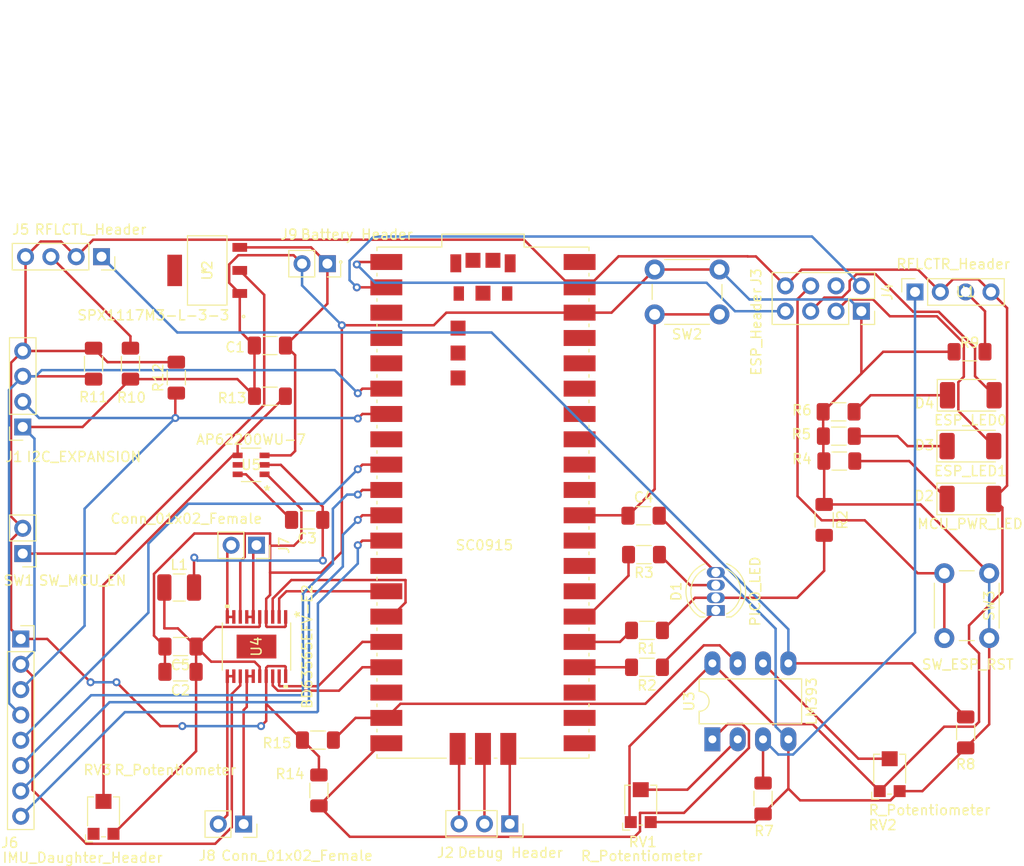
<source format=kicad_pcb>
(kicad_pcb (version 20211014) (generator pcbnew)
  (layers (0 "F.Cu" signal) (31 "B.Cu" signal) (34 "B.Paste" user) (35 "F.Paste" user) (36 "B.SilkS" user "B.Silkscreen") (37 "F.SilkS" user "F.Silkscreen") (38 "B.Mask" user) (39 "F.Mask" user) (44 "Edge.Cuts" user))
  (net 0 "")
  (net 1 "Net-(D1-Pad1)")
  (net 2 "Net-(D1-Pad2)")
  (net 3 "Net-(D2-Pad1)")
  (net 4 "ESP_3.3V")
  (net 5 "Net-(D3-Pad1)")
  (net 6 "ESP_GPIO2")
  (net 7 "Net-(D4-Pad1)")
  (net 8 "ESP_GPIO0")
  (net 9 "SCL")
  (net 10 "SDA")
  (net 11 "Net-(J2-Pad1)")
  (net 12 "Net-(J2-Pad2)")
  (net 13 "Net-(J2-Pad3)")
  (net 14 "ESP_GND")
  (net 15 "ESP_TX")
  (net 16 "ESP_EN")
  (net 17 "ESP_RST")
  (net 18 "ESP_RX")
  (net 19 "Net-(D1-Pad3)")
  (net 20 "Net-(SW1-Pad1)")
  (net 21 "+6V")
  (net 26 "Net-(C3-Pad1)")
  (net 27 "Net-(C3-Pad2)")
  (net 28 "Net-(C4-Pad1)")
  (net 29 "Net-(J4-Pad1)")
  (net 31 "MOTORLA_SIG")
  (net 32 "MOTORLB_SIG")
  (net 33 "MOTORRA_SIG")
  (net 34 "MOTORRB_SIG")
  (net 36 "Net-(J4-Pad3)")
  (net 37 "Net-(J5-Pad1)")
  (net 62 "+7.5V")
  (net 64 "Net-(J5-Pad3)")
  (net 65 "MAG_DRDY")
  (net 66 "MAG_INT")
  (net 67 "IMU_INT1")
  (net 68 "IMU_INT2")
  (net 69 "Net-(J7-Pad1)")
  (net 70 "Net-(J7-Pad2)")
  (net 71 "Net-(J8-Pad1)")
  (net 72 "Net-(J8-Pad2)")
  (net 73 "Net-(R1-Pad2)")
  (net 74 "Net-(R2-Pad2)")
  (net 75 "Net-(R3-Pad2)")
  (net 76 "Net-(R13-Pad2)")
  (net 77 "Net-(RV1-Pad2)")
  (net 78 "Net-(RV2-Pad2)")
  (net 80 "ENCL_SIG")
  (net 81 "ENCR_SIG")
  (footprint "Connector_PinHeader_2.54mm:PinHeader_1x02_P2.54mm_Vertical" (layer "F.Cu") (at 106.1 87.2 180)
    (fp_text reference "SW1")
    (fp_text value "SW_MCU_EN")
  )
  (footprint "Connector_PinSocket_2.54mm:PinSocket_1x03_P2.54mm_Vertical" (layer "F.Cu") (at 154.94 114.3 -90)
    (fp_text reference "J2")
    (fp_text value "Debug Header")
  )
  (footprint "Potentiometer_SMD:Potentiometer_Bourns_TC33X_Vertical" (layer "F.Cu") (at 168.075 112.325 90)
    (fp_text reference "RV1")
    (fp_text value "R_Potentiometer")
  )
  (footprint "Button_Switch_THT:SW_PUSH_6mm_H4.3mm" (layer "F.Cu") (at 203.019423 89.17 -90)
    (fp_text reference "SW3")
    (fp_text value "SW_ESP_RST")
  )
  (footprint "Resistor_SMD:R_1206_3216Metric_Pad1.30x1.75mm_HandSolder" (layer "F.Cu") (at 113.2 68.15 90)
    (fp_text reference "R11")
    (fp_text value "10k")
  )
  (footprint "Capacitor_SMD:C_1206_3216Metric_Pad1.33x1.80mm_HandSolder" (layer "F.Cu") (at 121.92 99.06 180)
    (fp_text reference "C2")
    (fp_text value "22uF")
  )
  (footprint "Regulators:SPX1117M3-L-3-3&slash_TR" (layer "F.Cu") (at 124.6 58.8 90)
    (fp_text reference "U2")
    (fp_text value "SPX1117M3-L-3-3")
  )
  (footprint "Resistor_SMD:R_1206_3216Metric_Pad1.30x1.75mm_HandSolder" (layer "F.Cu") (at 200.66 105.13 90)
    (fp_text reference "R8")
    (fp_text value "220")
  )
  (footprint "Drivers_3rdParty:BD63565EFV-E2" (layer "F.Cu") (at 129.54 96.52 -90)
    (fp_text reference "U4")
    (fp_text value "BD63565EFV-E2")
  )
  (footprint "Package_DIP:DIP-8_W7.62mm_LongPads" (layer "F.Cu") (at 175.26 105.825 90)
    (fp_text reference "U3")
    (fp_text value "LM393")
  )
  (footprint "Connector_PinSocket_2.54mm:PinSocket_1x04_P2.54mm_Vertical" (layer "F.Cu") (at 106.1 74.5 180)
    (fp_text reference "J1")
    (fp_text value "I2C_EXPANSION")
  )
  (footprint "Resistor_SMD:R_1206_3216Metric_Pad1.30x1.75mm_HandSolder" (layer "F.Cu") (at 187.938173 75.42)
    (fp_text reference "R5")
    (fp_text value "330")
  )
  (footprint "Connector_PinSocket_2.54mm:PinSocket_1x02_P2.54mm_Vertical" (layer "F.Cu") (at 129.54 86.36 -90)
    (fp_text reference "J7")
    (fp_text value "Conn_01x02_Female")
  )
  (footprint "Resistor_SMD:R_1206_3216Metric_Pad1.30x1.75mm_HandSolder" (layer "F.Cu") (at 135.8 110.95 90)
    (fp_text reference "R14")
    (fp_text value "1k")
  )
  (footprint "Capacitor_SMD:C_1206_3216Metric_Pad1.33x1.80mm_HandSolder" (layer "F.Cu") (at 130.889751 66.335125 180)
    (fp_text reference "C1")
    (fp_text value "10uF")
  )
  (footprint "Connector_PinSocket_2.54mm:PinSocket_1x02_P2.54mm_Vertical" (layer "F.Cu") (at 128.25 114.325 -90)
    (fp_text reference "J8")
    (fp_text value "Conn_01x02_Female")
  )
  (footprint "Potentiometer_SMD:Potentiometer_Bourns_TC33X_Vertical" (layer "F.Cu") (at 114.2 113.5 90)
    (fp_text reference "RV3")
    (fp_text value "R_Potentiometer")
  )
  (footprint "Resistor_SMD:R_1206_3216Metric_Pad1.30x1.75mm_HandSolder" (layer "F.Cu") (at 168.4 87.3 180)
    (fp_text reference "R3")
    (fp_text value "330")
  )
  (footprint "Resistor_SMD:R_1206_3216Metric_Pad1.30x1.75mm_HandSolder" (layer "F.Cu") (at 180.34 111.76 90)
    (fp_text reference "R7")
    (fp_text value "220")
  )
  (footprint "Connector_PinSocket_2.54mm:PinSocket_1x04_P2.54mm_Vertical" (layer "F.Cu") (at 114 57.425 -90)
    (fp_text reference "J5")
    (fp_text value "RFLCTL_Header")
  )
  (footprint "SMPS_3rdParty:AP62200WU-7" (layer "F.Cu") (at 129 78.3 180)
    (fp_text reference "U5")
    (fp_text value "AP62200WU-7")
  )
  (footprint "Resistor_SMD:R_1206_3216Metric_Pad1.30x1.75mm_HandSolder" (layer "F.Cu") (at 168.7 98.6 180)
    (fp_text reference "R2")
    (fp_text value "330")
  )
  (footprint "Inductor_SMD:L_1210_3225Metric_Pad1.42x2.65mm_HandSolder" (layer "F.Cu") (at 121.7875 90.6)
    (fp_text reference "L1")
    (fp_text value "4.7uH")
  )
  (footprint "Connector_PinSocket_2.54mm:PinSocket_1x08_P2.54mm_Vertical" (layer "F.Cu") (at 105.9 95.76)
    (fp_text reference "J6")
    (fp_text value "IMU_Daughter_Header")
  )
  (footprint "Resistor_SMD:R_1206_3216Metric_Pad1.30x1.75mm_HandSolder" (layer "F.Cu") (at 168.7 94.9 180)
    (fp_text reference "R1")
    (fp_text value "330")
  )
  (footprint "LED_SMD:LED_2010_5025Metric_Pad1.52x2.65mm_HandSolder" (layer "F.Cu") (at 201.175673 71.32)
    (fp_text reference "D4")
    (fp_text value "ESP_LED0")
  )
  (footprint "Connector_PinSocket_2.54mm:PinSocket_1x02_P2.54mm_Vertical" (layer "F.Cu") (at 136.65 58.125 -90)
    (fp_text reference "J9")
    (fp_text value "Battery Header")
  )
  (footprint "Connector_PinSocket_2.54mm:PinSocket_1x04_P2.54mm_Vertical" (layer "F.Cu") (at 195.58 60.96 90)
    (fp_text reference "J4")
    (fp_text value "RFLCTR_Header")
  )
  (footprint "MCUs:SC0915" (layer "F.Cu") (at 152.25262 82.08643)
    (fp_text reference "U1")
    (fp_text value "SC0915")
  )
  (footprint "Potentiometer_SMD:Potentiometer_Bourns_TC33X_Vertical" (layer "F.Cu") (at 193.04 109.22 90)
    (fp_text reference "RV2")
    (fp_text value "R_Potentiometer")
  )
  (footprint "Resistor_SMD:R_1206_3216Metric_Pad1.30x1.75mm_HandSolder" (layer "F.Cu") (at 187.918173 72.98)
    (fp_text reference "R6")
    (fp_text value "330")
  )
  (footprint "Resistor_SMD:R_1206_3216Metric_Pad1.30x1.75mm_HandSolder" (layer "F.Cu") (at 187.988173 77.92)
    (fp_text reference "R4")
    (fp_text value "330")
  )
  (footprint "Connector_PinSocket_2.54mm:PinSocket_2x04_P2.54mm_Vertical" (layer "F.Cu") (at 190.2 62.89 -90)
    (fp_text reference "J3")
    (fp_text value "ESP_Header")
  )
  (footprint "LED_THT:LED_D5.0mm-4_RGB" (layer "F.Cu") (at 175.6 92.9 90)
    (fp_text reference "D1")
    (fp_text value "PICO_LED")
  )
  (footprint "Resistor_SMD:R_1206_3216Metric_Pad1.30x1.75mm_HandSolder" (layer "F.Cu") (at 130.889751 71.415125)
    (fp_text reference "R13")
    (fp_text value "10k")
  )
  (footprint "Resistor_SMD:R_1206_3216Metric_Pad1.30x1.75mm_HandSolder" (layer "F.Cu") (at 135.7 105.9 180)
    (fp_text reference "R15")
    (fp_text value "1k")
  )
  (footprint "Resistor_SMD:R_1206_3216Metric_Pad1.30x1.75mm_HandSolder" (layer "F.Cu") (at 121.5 69.55 90)
    (fp_text reference "R12")
    (fp_text value "10k")
  )
  (footprint "Capacitor_SMD:C_1206_3216Metric_Pad1.33x1.80mm_HandSolder" (layer "F.Cu") (at 134.62 83.82 180)
    (fp_text reference "C3")
    (fp_text value "100nF")
  )
  (footprint "Button_Switch_THT:SW_PUSH_6mm_H4.3mm" (layer "F.Cu") (at 175.97 63.21 180)
    (fp_text reference "SW2")
    (fp_text value "SW_PICO_RST")
  )
  (footprint "LED_SMD:LED_2010_5025Metric_Pad1.52x2.65mm_HandSolder" (layer "F.Cu") (at 201.138173 81.72)
    (fp_text reference "D2")
    (fp_text value "MCU_PWR_LED")
  )
  (footprint "Resistor_SMD:R_1206_3216Metric_Pad1.30x1.75mm_HandSolder" (layer "F.Cu") (at 116.9 68.15 90)
    (fp_text reference "R10")
    (fp_text value "220")
  )
  (footprint "LED_SMD:LED_2010_5025Metric_Pad1.52x2.65mm_HandSolder" (layer "F.Cu") (at 201.138173 76.42)
    (fp_text reference "D3")
    (fp_text value "ESP_LED1")
  )
  (footprint "Resistor_SMD:R_1206_3216Metric_Pad1.30x1.75mm_HandSolder" (layer "F.Cu") (at 201.049423 66.96)
    (fp_text reference "R9")
    (fp_text value "220")
  )
  (footprint "Resistor_SMD:R_1206_3216Metric_Pad1.30x1.75mm_HandSolder" (layer "F.Cu") (at 186.469423 83.82 -90)
    (fp_text reference "R2")
    (fp_text value "R_Small_US")
  )
  (footprint "Capacitor_SMD:C_1206_3216Metric_Pad1.33x1.80mm_HandSolder" (layer "F.Cu") (at 121.92 96.52 180)
    (fp_text reference "C5")
    (fp_text value "22 uF")
  )
  (footprint "Capacitor_SMD:C_1206_3216Metric_Pad1.33x1.80mm_HandSolder" (layer "F.Cu") (at 168.3625 83.4)
    (fp_text reference "C4")
    (fp_text value "1uF")
  )
  (segment (start 175.6 92.9) (end 170.25 98.25) (width 0.25) (layer "F.Cu") (net 1))
  (segment (start 170.25 98.25) (end 170.25 98.6) (width 0.25) (layer "F.Cu") (net 1))
  (segment (start 183.759423 91.63) (end 186.469423 88.92) (width 0.25) (layer "F.Cu") (net 2))
  (segment (start 186.469423 85.37) (end 186.469423 88.92) (width 0.25) (layer "F.Cu") (net 2))
  (segment (start 175.6 91.63) (end 183.759423 91.63) (width 0.25) (layer "F.Cu") (net 2))
  (segment (start 175.6 91.63) (end 173.52 91.63) (width 0.25) (layer "F.Cu") (net 2))
  (segment (start 173.52 91.63) (end 170.25 94.9) (width 0.25) (layer "F.Cu") (net 2))
  (segment (start 195.000673 77.92) (end 198.800673 81.72) (width 0.25) (layer "F.Cu") (net 3))
  (segment (start 189.538173 77.92) (end 195.000673 77.92) (width 0.25) (layer "F.Cu") (net 3))
  (segment (start 119.9 104.5) (end 122.1 104.5) (width 0.25) (layer "F.Cu") (net 4))
  (segment (start 130.514999 99.4918) (end 130.514999 102.264999) (width 0.25) (layer "F.Cu") (net 4))
  (segment (start 178.8 57.4) (end 179.63 57.4) (width 0.25) (layer "F.Cu") (net 4))
  (segment (start 135.8 109.4) (end 135.8 107.55) (width 0.25) (layer "F.Cu") (net 4))
  (segment (start 198.505 104.555) (end 192.04 111.02) (width 0.25) (layer "F.Cu") (net 4))
  (segment (start 130.675298 98.486601) (end 130.514999 98.6469) (width 0.25) (layer "F.Cu") (net 4))
  (segment (start 106.1 84.66) (end 104.925 83.485) (width 0.25) (layer "F.Cu") (net 4))
  (segment (start 204.81125 62.57125) (end 203.2 60.96) (width 0.25) (layer "F.Cu") (net 4))
  (segment (start 166.95 106.515) (end 175.26 98.205) (width 0.25) (layer "F.Cu") (net 4))
  (segment (start 156.36529 55.7191) (end 113.1659 55.7191) (width 0.25) (layer "F.Cu") (net 4))
  (segment (start 162.74282 60.49643) (end 161.94272 60.49643) (width 0.25) (layer "F.Cu") (net 4))
  (segment (start 179.63 57.4) (end 182.58 60.35) (width 0.25) (layer "F.Cu") (net 4))
  (segment (start 113.1659 55.7191) (end 111.46 57.425) (width 0.25) (layer "F.Cu") (net 4))
  (segment (start 132.464998 99.4918) (end 132.464998 98.561601) (width 0.25) (layer "F.Cu") (net 4))
  (segment (start 105.9 95.76) (end 108.56 95.76) (width 0.25) (layer "F.Cu") (net 4))
  (segment (start 201 96.2) (end 202 97.2) (width 0.25) (layer "F.Cu") (net 4))
  (segment (start 203.475673 81.72) (end 204.344423 82.58875) (width 0.25) (layer "F.Cu") (net 4))
  (segment (start 185.32 104.3) (end 192.04 111.02) (width 0.25) (layer "F.Cu") (net 4))
  (segment (start 130.514999 103.985001) (end 130.514999 102.264999) (width 0.25) (layer "F.Cu") (net 4))
  (segment (start 195.885 58.725) (end 184.205 58.725) (width 0.25) (layer "F.Cu") (net 4))
  (segment (start 112.92 66.88) (end 113.2 66.6) (width 0.25) (layer "F.Cu") (net 4))
  (segment (start 135.8 107.55) (end 134.15 105.9) (width 0.25) (layer "F.Cu") (net 4))
  (segment (start 166.95 114) (end 166.95 106.515) (width 0.25) (layer "F.Cu") (net 4))
  (segment (start 167.075 114.125) (end 166.95 114) (width 0.25) (layer "F.Cu") (net 4))
  (segment (start 104.925 68.055) (end 106.1 66.88) (width 0.25) (layer "F.Cu") (net 4))
  (segment (start 106.38 66.6) (end 106.1 66.88) (width 0.25) (layer "F.Cu") (net 4))
  (segment (start 203.475673 81.72) (end 204.81125 80.384423) (width 0.25) (layer "F.Cu") (net 4))
  (segment (start 109.935 55.9) (end 111.46 57.425) (width 0.25) (layer "F.Cu") (net 4))
  (segment (start 106.1 84.66) (end 104.925 85.835) (width 0.25) (layer "F.Cu") (net 4))
  (segment (start 165.85425 57.385) (end 178.785 57.385) (width 0.25) (layer "F.Cu") (net 4))
  (segment (start 104.925 94.785) (end 105.9 95.76) (width 0.25) (layer "F.Cu") (net 4))
  (segment (start 130 104.5) (end 130.514999 103.985001) (width 0.25) (layer "F.Cu") (net 4))
  (segment (start 132.389998 98.486601) (end 130.675298 98.486601) (width 0.25) (layer "F.Cu") (net 4))
  (segment (start 106.1 66.88) (end 112.92 66.88) (width 0.25) (layer "F.Cu") (net 4))
  (segment (start 204.344423 91.055577) (end 201 94.4) (width 0.25) (layer "F.Cu") (net 4))
  (segment (start 132.464998 98.561601) (end 132.389998 98.486601) (width 0.25) (layer "F.Cu") (net 4))
  (segment (start 202 97.2) (end 202 104.078173) (width 0.25) (layer "F.Cu") (net 4))
  (segment (start 184.205 58.725) (end 182.58 60.35) (width 0.25) (layer "F.Cu") (net 4))
  (segment (start 107.905 55.9) (end 109.935 55.9) (width 0.25) (layer "F.Cu") (net 4))
  (segment (start 114.6 68) (end 113.2 66.6) (width 0.25) (layer "F.Cu") (net 4))
  (segment (start 161.94272 60.49643) (end 161.14262 60.49643) (width 0.25) (layer "F.Cu") (net 4))
  (segment (start 204.81125 80.384423) (end 204.81125 62.57125) (width 0.25) (layer "F.Cu") (net 4))
  (segment (start 181.355 104.3) (end 185.32 104.3) (width 0.25) (layer "F.Cu") (net 4))
  (segment (start 130.514999 102.264999) (end 134.15 105.9) (width 0.25) (layer "F.Cu") (net 4))
  (segment (start 175.26 98.205) (end 181.355 104.3) (width 0.25) (layer "F.Cu") (net 4))
  (segment (start 106.38 57.425) (end 107.905 55.9) (width 0.25) (layer "F.Cu") (net 4))
  (segment (start 199.395 59.685) (end 201.925 59.685) (width 0.25) (layer "F.Cu") (net 4))
  (segment (start 130.514999 98.6469) (end 130.514999 99.4918) (width 0.25) (layer "F.Cu") (net 4))
  (segment (start 106.38 57.425) (end 106.38 66.6) (width 0.25) (layer "F.Cu") (net 4))
  (segment (start 204.344423 82.58875) (end 204.344423 91.055577) (width 0.25) (layer "F.Cu") (net 4))
  (segment (start 165.85425 57.385) (end 162.74282 60.49643) (width 0.25) (layer "F.Cu") (net 4))
  (segment (start 115.5 100.1) (end 119.9 104.5) (width 0.25) (layer "F.Cu") (net 4))
  (segment (start 201.523173 104.555) (end 198.505 104.555) (width 0.25) (layer "F.Cu") (net 4))
  (segment (start 201.925 59.685) (end 203.2 60.96) (width 0.25) (layer "F.Cu") (net 4))
  (segment (start 202 104.078173) (end 201.523173 104.555) (width 0.25) (layer "F.Cu") (net 4))
  (segment (start 161.94272 60.49643) (end 163.02357 60.49643) (width 0.25) (layer "F.Cu") (net 4))
  (segment (start 178.785 57.385) (end 178.8 57.4) (width 0.25) (layer "F.Cu") (net 4))
  (segment (start 104.925 83.485) (end 104.925 68.055) (width 0.25) (layer "F.Cu") (net 4))
  (segment (start 201 94.4) (end 201 96.2) (width 0.25) (layer "F.Cu") (net 4))
  (segment (start 198.12 60.96) (end 195.885 58.725) (width 0.25) (layer "F.Cu") (net 4))
  (segment (start 104.925 85.835) (end 104.925 94.785) (width 0.25) (layer "F.Cu") (net 4))
  (segment (start 161.14262 60.49643) (end 156.36529 55.7191) (width 0.25) (layer "F.Cu") (net 4))
  (segment (start 198.12 60.96) (end 199.395 59.685) (width 0.25) (layer "F.Cu") (net 4))
  (segment (start 121.5 68) (end 114.6 68) (width 0.25) (layer "F.Cu") (net 4))
  (segment (start 108.56 95.76) (end 112.9 100.1) (width 0.25) (layer "F.Cu") (net 4))
  (via (at 130 104.5) (size 0.8) (drill 0.4) (layers "F.Cu" "B.Cu") (net 4))
  (via (at 115.5 100.1) (size 0.8) (drill 0.4) (layers "F.Cu" "B.Cu") (net 4))
  (via (at 112.9 100.1) (size 0.8) (drill 0.4) (layers "F.Cu" "B.Cu") (net 4))
  (via (at 122.1 104.5) (size 0.8) (drill 0.4) (layers "F.Cu" "B.Cu") (net 4))
  (segment (start 122.1 104.5) (end 130 104.5) (width 0.25) (layer "B.Cu") (net 4))
  (segment (start 112.9 100.1) (end 115.5 100.1) (width 0.25) (layer "B.Cu") (net 4))
  (segment (start 194.838173 76.42) (end 193.838173 75.42) (width 0.25) (layer "F.Cu") (net 5))
  (segment (start 193.838173 75.42) (end 189.488173 75.42) (width 0.25) (layer "F.Cu") (net 5))
  (segment (start 198.800673 76.42) (end 194.838173 76.42) (width 0.25) (layer "F.Cu") (net 5))
  (segment (start 200.474423 66.096827) (end 197.777596 63.4) (width 0.25) (layer "F.Cu") (net 6))
  (segment (start 191.375 61.715) (end 188.835 61.715) (width 0.25) (layer "F.Cu") (net 6))
  (segment (start 199.925673 72.87) (end 199.925673 70.006827) (width 0.25) (layer "F.Cu") (net 6))
  (segment (start 203.475673 76.42) (end 199.925673 72.87) (width 0.25) (layer "F.Cu") (net 6))
  (segment (start 188.835 61.715) (end 187.66 62.89) (width 0.25) (layer "F.Cu") (net 6))
  (segment (start 193.06 63.4) (end 191.375 61.715) (width 0.25) (layer "F.Cu") (net 6))
  (segment (start 197.777596 63.4) (end 193.06 63.4) (width 0.25) (layer "F.Cu") (net 6))
  (segment (start 200.474423 69.458077) (end 200.474423 66.096827) (width 0.25) (layer "F.Cu") (net 6))
  (segment (start 199.925673 70.006827) (end 200.474423 69.458077) (width 0.25) (layer "F.Cu") (net 6))
  (segment (start 191.128173 71.32) (end 189.468173 72.98) (width 0.25) (layer "F.Cu") (net 7))
  (segment (start 198.838173 71.32) (end 191.128173 71.32) (width 0.25) (layer "F.Cu") (net 7))
  (segment (start 191.625 59.175) (end 195.4 62.95) (width 0.25) (layer "F.Cu") (net 8))
  (segment (start 201.6 66.586008) (end 201.6 69.406827) (width 0.25) (layer "F.Cu") (net 8))
  (segment (start 197.963992 62.95) (end 201.6 66.586008) (width 0.25) (layer "F.Cu") (net 8))
  (segment (start 189.713299 59.175) (end 191.625 59.175) (width 0.25) (layer "F.Cu") (net 8))
  (segment (start 188.275 61.525) (end 189.025 60.775) (width 0.25) (layer "F.Cu") (net 8))
  (segment (start 189.025 60.775) (end 189.025 59.863299) (width 0.25) (layer "F.Cu") (net 8))
  (segment (start 185.12 62.89) (end 186.485 61.525) (width 0.25) (layer "F.Cu") (net 8))
  (segment (start 201.6 69.406827) (end 203.513173 71.32) (width 0.25) (layer "F.Cu") (net 8))
  (segment (start 195.4 62.95) (end 197.963992 62.95) (width 0.25) (layer "F.Cu") (net 8))
  (segment (start 186.485 61.525) (end 188.275 61.525) (width 0.25) (layer "F.Cu") (net 8))
  (segment (start 189.025 59.863299) (end 189.713299 59.175) (width 0.25) (layer "F.Cu") (net 8))
  (segment (start 121.4 71.2) (end 121.5 71.1) (width 0.25) (layer "F.Cu") (net 9))
  (segment (start 139.7 73.66) (end 140.16357 73.19643) (width 0.25) (layer "F.Cu") (net 9))
  (segment (start 140.16357 73.19643) (end 142.56252 73.19643) (width 0.25) (layer "F.Cu") (net 9))
  (segment (start 121.4 73.6) (end 121.4 71.2) (width 0.25) (layer "F.Cu") (net 9))
  (via (at 139.7 73.66) (size 0.8) (drill 0.4) (layers "F.Cu" "B.Cu") (net 9))
  (via (at 121.4 73.6) (size 0.8) (drill 0.4) (layers "F.Cu" "B.Cu") (net 9))
  (segment (start 112.3 82.7) (end 121.4 73.6) (width 0.25) (layer "B.Cu") (net 9))
  (segment (start 121.4 73.6) (end 107.74 73.6) (width 0.25) (layer "B.Cu") (net 9))
  (segment (start 112.3 94.44) (end 112.3 82.7) (width 0.25) (layer "B.Cu") (net 9))
  (segment (start 105.9 100.84) (end 112.3 94.44) (width 0.25) (layer "B.Cu") (net 9))
  (segment (start 139.64 73.6) (end 139.7 73.66) (width 0.25) (layer "B.Cu") (net 9))
  (segment (start 121.4 73.6) (end 139.64 73.6) (width 0.25) (layer "B.Cu") (net 9))
  (segment (start 107.74 73.6) (end 106.1 71.96) (width 0.25) (layer "B.Cu") (net 9))
  (segment (start 112.92 69.42) (end 113.2 69.7) (width 0.25) (layer "F.Cu") (net 10))
  (segment (start 140.16357 70.65643) (end 142.56252 70.65643) (width 0.25) (layer "F.Cu") (net 10))
  (segment (start 139.7 71.12) (end 140.16357 70.65643) (width 0.25) (layer "F.Cu") (net 10))
  (segment (start 106.1 69.42) (end 112.92 69.42) (width 0.25) (layer "F.Cu") (net 10))
  (via (at 139.7 71.12) (size 0.8) (drill 0.4) (layers "F.Cu" "B.Cu") (net 10))
  (segment (start 108 68.8) (end 107.38 69.42) (width 0.25) (layer "B.Cu") (net 10))
  (segment (start 139.7 71.12) (end 137.38 68.8) (width 0.25) (layer "B.Cu") (net 10))
  (segment (start 104.725 70.795) (end 106.1 69.42) (width 0.25) (layer "B.Cu") (net 10))
  (segment (start 107.38 69.42) (end 106.1 69.42) (width 0.25) (layer "B.Cu") (net 10))
  (segment (start 137.38 68.8) (end 108 68.8) (width 0.25) (layer "B.Cu") (net 10))
  (segment (start 104.725 102.205) (end 104.725 70.795) (width 0.25) (layer "B.Cu") (net 10))
  (segment (start 105.9 103.38) (end 104.725 102.205) (width 0.25) (layer "B.Cu") (net 10))
  (segment (start 154.94 106.93277) (end 154.79262 106.78539) (width 0.25) (layer "F.Cu") (net 11))
  (segment (start 154.94 114.3) (end 154.94 106.93277) (width 0.25) (layer "F.Cu") (net 11))
  (segment (start 152.4 106.93277) (end 152.25262 106.78539) (width 0.25) (layer "F.Cu") (net 12))
  (segment (start 152.4 114.3) (end 152.4 106.93277) (width 0.25) (layer "F.Cu") (net 12))
  (segment (start 149.86 114.3) (end 149.86 106.93277) (width 0.25) (layer "F.Cu") (net 13))
  (segment (start 149.86 106.93277) (end 149.71262 106.78539) (width 0.25) (layer "F.Cu") (net 13))
  (segment (start 186.388173 77.87) (end 186.438173 77.92) (width 0.25) (layer "F.Cu") (net 14))
  (segment (start 125.396701 116.3) (end 112.475 116.3) (width 0.25) (layer "F.Cu") (net 14))
  (segment (start 130.5696 79.250001) (end 134.045 82.725401) (width 0.25) (layer "F.Cu") (net 14))
  (segment (start 107.075 110.9) (end 107.075 99.475) (width 0.25) (layer "F.Cu") (net 14))
  (segment (start 136.020305 89.105) (end 130.905 89.105) (width 0.25) (layer "F.Cu") (net 14))
  (segment (start 130.905 91.342208) (end 130.514999 91.732209) (width 0.25) (layer "F.Cu") (net 14))
  (segment (start 116.9 69.7) (end 112.1 74.5) (width 0.25) (layer "F.Cu") (net 14))
  (segment (start 134.045 82.725401) (end 134.045 85.655) (width 0.25) (layer "F.Cu") (net 14))
  (segment (start 126.8023 58.1977) (end 126.8023 60.0498) (width 0.25) (layer "F.Cu") (net 14))
  (segment (start 203.019423 104.320577) (end 200.66 106.68) (width 0.25) (layer "F.Cu") (net 14))
  (segment (start 161.94272 63.03643) (end 165.14357 63.03643) (width 0.25) (layer "F.Cu") (net 14))
  (segment (start 169.075 114.125) (end 179.525 114.125) (width 0.25) (layer "F.Cu") (net 14))
  (segment (start 126.8023 60.0498) (end 127.8639 61.1114) (width 0.25) (layer "F.Cu") (net 14))
  (segment (start 127.065 101.271998) (end 127.065 114.631701) (width 0.25) (layer "F.Cu") (net 14))
  (segment (start 190.2 62.89) (end 190.2 69.148173) (width 0.25) (layer "F.Cu") (net 14))
  (segment (start 127.065 114.631701) (end 125.396701 116.3) (width 0.25) (layer "F.Cu") (net 14))
  (segment (start 192.388173 66.96) (end 190.2 69.148173) (width 0.25) (layer "F.Cu") (net 14))
  (segment (start 148.5824 63.03643) (end 161.94272 63.03643) (width 0.25) (layer "F.Cu") (net 14))
  (segment (start 175.97 58.71) (end 169.47 58.71) (width 0.25) (layer "F.Cu") (net 14))
  (segment (start 184.055 111.945) (end 182.88 110.77) (width 0.25) (layer "F.Cu") (net 14))
  (segment (start 119.2625 95.425) (end 119.2625 89.2375) (width 0.25) (layer "F.Cu") (net 14))
  (segment (start 200.66 106.68) (end 196.32 111.02) (width 0.25) (layer "F.Cu") (net 14))
  (segment (start 127.725 57.275) (end 126.8023 58.1977) (width 0.25) (layer "F.Cu") (net 14))
  (segment (start 127.624626 69.7) (end 129.339751 71.415125) (width 0.25) (layer "F.Cu") (net 14))
  (segment (start 138.1 64.3) (end 147.31883 64.3) (width 0.25) (layer "F.Cu") (net 14))
  (segment (start 190.2 69.148173) (end 186.368173 72.98) (width 0.25) (layer "F.Cu") (net 14))
  (segment (start 116.9 69.7) (end 127.624626 69.7) (width 0.25) (layer "F.Cu") (net 14))
  (segment (start 120.3575 96.52) (end 120.3575 99.06) (width 0.25) (layer "F.Cu") (net 14))
  (segment (start 127.915002 87.984998) (end 128.365 87.535) (width 0.25) (layer "F.Cu") (net 14))
  (segment (start 180.34 113.31) (end 182.88 110.77) (width 0.25) (layer "F.Cu") (net 14))
  (segment (start 123.315 85.185) (end 128.365 85.185) (width 0.25) (layer "F.Cu") (net 14))
  (segment (start 132.39 94.553399) (end 130.589999 94.553399) (width 0.25) (layer "F.Cu") (net 14))
  (segment (start 128.365 85.185) (end 130.905 85.185) (width 0.25) (layer "F.Cu") (net 14))
  (segment (start 203.019423 89.17) (end 196.119423 82.27) (width 0.25) (layer "F.Cu") (net 14))
  (segment (start 175.6 89.075) (end 169.925 83.4) (width 0.25) (layer "F.Cu") (net 14))
  (segment (start 196.32 111.02) (end 194.04 111.02) (width 0.25) (layer "F.Cu") (net 14))
  (segment (start 203.019423 95.67) (end 203.019423 104.320577) (width 0.25) (layer "F.Cu") (net 14))
  (segment (start 127.8639 61.1114) (end 127.8639 64.871774) (width 0.25) (layer "F.Cu") (net 14))
  (segment (start 175.6 89.09) (end 175.6 89.075) (width 0.25) (layer "F.Cu") (net 14))
  (segment (start 165.14357 63.03643) (end 169.47 58.71) (width 0.25) (layer "F.Cu") (net 14))
  (segment (start 134.11 58.125) (end 133.26 57.275) (width 0.25) (layer "F.Cu") (net 14))
  (segment (start 134.045 85.655) (end 133.295 86.405) (width 0.25) (layer "F.Cu") (net 14))
  (segment (start 133.26 57.275) (end 127.725 57.275) (width 0.25) (layer "F.Cu") (net 14))
  (segment (start 127.914999 100.421999) (end 127.065 101.271998) (width 0.25) (layer "F.Cu") (net 14))
  (segment (start 128.365 87.535) (end 128.365 85.185) (width 0.25) (layer "F.Cu") (net 14))
  (segment (start 130.905 86.405) (end 130.905 89.105) (width 0.25) (layer "F.Cu") (net 14))
  (segment (start 129.339751 71.415125) (end 129.339751 66.347625) (width 0.25) (layer "F.Cu") (net 14))
  (segment (start 112.1 74.5) (end 106.1 74.5) (width 0.25) (layer "F.Cu") (net 14))
  (segment (start 130.514999 91.732209) (end 130.514999 93.5482) (width 0.25) (layer "F.Cu") (net 14))
  (segment (start 129.339751 66.347625) (end 129.327251 66.335125) (width 0.25) (layer "F.Cu") (net 14))
  (segment (start 193.115 111.945) (end 184.055 111.945) (width 0.25) (layer "F.Cu") (net 14))
  (segment (start 127.915002 93.5482) (end 127.915002 87.984998) (width 0.25) (layer "F.Cu") (net 14))
  (segment (start 194.04 111.02) (end 193.115 111.945) (width 0.25) (layer "F.Cu") (net 14))
  (segment (start 147.31883 64.3) (end 148.5824 63.03643) (width 0.25) (layer "F.Cu") (net 14))
  (segment (start 130.905 89.105) (end 130.905 91.342208) (width 0.25) (layer "F.Cu") (net 14))
  (segment (start 120.3575 96.52) (end 119.2625 95.425) (width 0.25) (layer "F.Cu") (net 14))
  (segment (start 186.368173 72.98) (end 186.368173 75.4) (width 0.25) (layer "F.Cu") (net 14))
  (segment (start 119.2625 89.2375) (end 123.315 85.185) (width 0.25) (layer "F.Cu") (net 14))
  (segment (start 130.905 85.185) (end 130.905 86.405) (width 0.25) (layer "F.Cu") (net 14))
  (segment (start 182.88 110.77) (end 182.88 105.825) (width 0.25) (layer "F.Cu") (net 14))
  (segment (start 186.368173 75.4) (end 186.388173 75.42) (width 0.25) (layer "F.Cu") (net 14))
  (segment (start 179.525 114.125) (end 180.34 113.31) (width 0.25) (layer "F.Cu") (net 14))
  (segment (start 130.589999 94.553399) (end 130.514999 94.478399) (width 0.25) (layer "F.Cu") (net 14))
  (segment (start 138.1 87.025305) (end 136.020305 89.105) (width 0.25) (layer "F.Cu") (net 14))
  (segment (start 186.469423 82.27) (end 186.469423 77.95125) (width 0.25) (layer "F.Cu") (net 14))
  (segment (start 107.075 99.475) (end 105.9 98.3) (width 0.25) (layer "F.Cu") (net 14))
  (segment (start 186.469423 77.95125) (end 186.438173 77.92) (width 0.25) (layer "F.Cu") (net 14))
  (segment (start 112.475 116.3) (end 107.075 110.9) (width 0.25) (layer "F.Cu") (net 14))
  (segment (start 127.8639 64.871774) (end 129.327251 66.335125) (width 0.25) (layer "F.Cu") (net 14))
  (segment (start 199.499423 66.96) (end 192.388173 66.96) (width 0.25) (layer "F.Cu") (net 14))
  (segment (start 186.388173 75.42) (end 186.388173 77.87) (width 0.25) (layer "F.Cu") (net 14))
  (segment (start 132.465 93.5482) (end 132.465 94.478399) (width 0.25) (layer "F.Cu") (net 14))
  (segment (start 196.119423 82.27) (end 186.469423 82.27) (width 0.25) (layer "F.Cu") (net 14))
  (segment (start 130.349751 79.250001) (end 130.5696 79.250001) (width 0.25) (layer "F.Cu") (net 14))
  (segment (start 132.465 94.478399) (end 132.39 94.553399) (width 0.25) (layer "F.Cu") (net 14))
  (segment (start 130.514999 93.5482) (end 130.514999 94.478399) (width 0.25) (layer "F.Cu") (net 14))
  (segment (start 138.1 64.3) (end 138.1 87.025305) (width 0.25) (layer "F.Cu") (net 14))
  (segment (start 127.914999 99.4918) (end 127.914999 100.421999) (width 0.25) (layer "F.Cu") (net 14))
  (segment (start 133.295 86.405) (end 130.905 86.405) (width 0.25) (layer "F.Cu") (net 14))
  (via (at 138.1 64.3) (size 0.8) (drill 0.4) (layers "F.Cu" "B.Cu") (net 14))
  (segment (start 175.6 89.09) (end 175.965 89.09) (width 0.25) (layer "B.Cu") (net 14))
  (segment (start 190.2 62.89) (end 189.025 61.715) (width 0.25) (layer "B.Cu") (net 14))
  (segment (start 181.6 94.725) (end 181.6 104.545) (width 0.25) (layer "B.Cu") (net 14))
  (segment (start 106.1 74.5) (end 107.275 75.675) (width 0.25) (layer "B.Cu") (net 14))
  (segment (start 138.1 64.3) (end 134.11 60.31) (width 0.25) (layer "B.Cu") (net 14))
  (segment (start 181.6 104.545) (end 182.88 105.825) (width 0.25) (layer "B.Cu") (net 14))
  (segment (start 134.11 60.31) (end 134.11 58.125) (width 0.25) (layer "B.Cu") (net 14))
  (segment (start 189.025 61.715) (end 178.975 61.715) (width 0.25) (layer "B.Cu") (net 14))
  (segment (start 203.019423 89.17) (end 203.019423 95.67) (width 0.25) (layer "B.Cu") (net 14))
  (segment (start 175.965 89.09) (end 181.6 94.725) (width 0.25) (layer "B.Cu") (net 14))
  (segment (start 107.275 96.925) (end 105.9 98.3) (width 0.25) (layer "B.Cu") (net 14))
  (segment (start 107.275 75.675) (end 107.275 96.925) (width 0.25) (layer "B.Cu") (net 14))
  (segment (start 178.975 61.715) (end 175.97 58.71) (width 0.25) (layer "B.Cu") (net 14))
  (segment (start 139.6 60.5) (end 139.60357 60.49643) (width 0.25) (layer "F.Cu") (net 15))
  (segment (start 139.60357 60.49643) (end 142.56252 60.49643) (width 0.25) (layer "F.Cu") (net 15))
  (via (at 139.6 60.5) (size 0.8) (drill 0.4) (layers "F.Cu" "B.Cu") (net 15))
  (segment (start 185.25 55.4) (end 141.3 55.4) (width 0.25) (layer "B.Cu") (net 15))
  (segment (start 141.3 55.4) (end 138.875 57.825) (width 0.25) (layer "B.Cu") (net 15))
  (segment (start 190.2 60.35) (end 185.25 55.4) (width 0.25) (layer "B.Cu") (net 15))
  (segment (start 138.875 59.775) (end 139.6 60.5) (width 0.25) (layer "B.Cu") (net 15))
  (segment (start 138.875 57.825) (end 138.875 59.775) (width 0.25) (layer "B.Cu") (net 15))
  (segment (start 186.22125 83.86) (end 183.8 81.43875) (width 0.25) (layer "F.Cu") (net 17))
  (segment (start 198.519423 89.17) (end 195.85 89.17) (width 0.25) (layer "F.Cu") (net 17))
  (segment (start 190.54 83.86) (end 195.85 89.17) (width 0.25) (layer "F.Cu") (net 17))
  (segment (start 198.519423 95.67) (end 198.519423 89.17) (width 0.25) (layer "F.Cu") (net 17))
  (segment (start 183.8 81.43875) (end 183.8 61.67) (width 0.25) (layer "F.Cu") (net 17))
  (segment (start 190.54 83.86) (end 186.22125 83.86) (width 0.25) (layer "F.Cu") (net 17))
  (segment (start 183.8 61.67) (end 185.12 60.35) (width 0.25) (layer "F.Cu") (net 17))
  (segment (start 139.84357 57.95643) (end 142.56252 57.95643) (width 0.25) (layer "F.Cu") (net 18))
  (segment (start 139.6 58.2) (end 139.84357 57.95643) (width 0.25) (layer "F.Cu") (net 18))
  (via (at 139.6 58.2) (size 0.8) (drill 0.4) (layers "F.Cu" "B.Cu") (net 18))
  (segment (start 141.435 60.035) (end 139.6 58.2) (width 0.25) (layer "B.Cu") (net 18))
  (segment (start 182.58 62.89) (end 177.523833 62.89) (width 0.25) (layer "B.Cu") (net 18))
  (segment (start 174.668833 60.035) (end 141.435 60.035) (width 0.25) (layer "B.Cu") (net 18))
  (segment (start 177.523833 62.89) (end 174.668833 60.035) (width 0.25) (layer "B.Cu") (net 18))
  (segment (start 173.01 90.36) (end 169.95 87.3) (width 0.25) (layer "F.Cu") (net 19))
  (segment (start 175.6 90.36) (end 173.01 90.36) (width 0.25) (layer "F.Cu") (net 19))
  (segment (start 106.1 87.2) (end 115.393049 87.2) (width 0.25) (layer "F.Cu") (net 20))
  (segment (start 130.314751 61.250851) (end 127.8639 58.8) (width 0.25) (layer "F.Cu") (net 20))
  (segment (start 115.393049 87.2) (end 130.314751 72.278298) (width 0.25) (layer "F.Cu") (net 20))
  (segment (start 130.314751 72.278298) (end 130.314751 61.250851) (width 0.25) (layer "F.Cu") (net 20))
  (segment (start 129.865001 94.478399) (end 129.865001 93.5482) (width 0.25) (layer "F.Cu") (net 21))
  (segment (start 129.342197 98.0388) (end 125.0013 98.0388) (width 0.25) (layer "F.Cu") (net 21))
  (segment (start 115.2 115.3) (end 123.4825 107.0175) (width 0.25) (layer "F.Cu") (net 21))
  (segment (start 125.0013 98.0388) (end 123.4825 96.52) (width 0.25) (layer "F.Cu") (net 21))
  (segment (start 120.3 90.6) (end 120.3 94.7) (width 0.25) (layer "F.Cu") (net 21))
  (segment (start 129.790001 94.553399) (end 129.865001 94.478399) (width 0.25) (layer "F.Cu") (net 21))
  (segment (start 123.4825 96.52) (end 125.449101 94.553399) (width 0.25) (layer "F.Cu") (net 21))
  (segment (start 129.864998 98.561601) (end 129.342197 98.0388) (width 0.25) (layer "F.Cu") (net 21))
  (segment (start 123.4825 107.0175) (end 123.4825 99.06) (width 0.25) (layer "F.Cu") (net 21))
  (segment (start 123.4825 99.06) (end 123.4825 96.52) (width 0.25) (layer "F.Cu") (net 21))
  (segment (start 129.864998 99.4918) (end 129.864998 98.561601) (width 0.25) (layer "F.Cu") (net 21))
  (segment (start 120.3 94.7) (end 121.6625 94.7) (width 0.25) (layer "F.Cu") (net 21))
  (segment (start 121.6625 94.7) (end 123.4825 96.52) (width 0.25) (layer "F.Cu") (net 21))
  (segment (start 125.449101 94.553399) (end 129.790001 94.553399) (width 0.25) (layer "F.Cu") (net 21))
  (segment (start 130.349751 78.3) (end 131.982225 78.3) (width 0.25) (layer "F.Cu") (net 26))
  (segment (start 123.275 87.625) (end 123.3 87.6) (width 0.25) (layer "F.Cu") (net 26))
  (segment (start 136.1825 87.8825) (end 136.1825 83.82) (width 0.25) (layer "F.Cu") (net 26))
  (segment (start 131.982225 78.3) (end 136.1825 82.500275) (width 0.25) (layer "F.Cu") (net 26))
  (segment (start 136.2 87.9) (end 136.1825 87.8825) (width 0.25) (layer "F.Cu") (net 26))
  (segment (start 123.275 90.6) (end 123.275 87.625) (width 0.25) (layer "F.Cu") (net 26))
  (segment (start 136.1825 83.82) (end 136.1825 82.500275) (width 0.25) (layer "F.Cu") (net 26))
  (via (at 136.2 87.9) (size 0.8) (drill 0.4) (layers "F.Cu" "B.Cu") (net 26))
  (via (at 123.3 87.6) (size 0.8) (drill 0.4) (layers "F.Cu" "B.Cu") (net 26))
  (segment (start 123.6 87.9) (end 136.2 87.9) (width 0.25) (layer "B.Cu") (net 26))
  (segment (start 123.3 87.6) (end 123.6 87.9) (width 0.25) (layer "B.Cu") (net 26))
  (segment (start 127.650249 79.250001) (end 128.487501 79.250001) (width 0.25) (layer "F.Cu") (net 27))
  (segment (start 128.487501 79.250001) (end 133.0575 83.82) (width 0.25) (layer "F.Cu") (net 27))
  (segment (start 169.47 63.21) (end 169.47 80.73) (width 0.25) (layer "F.Cu") (net 28))
  (segment (start 166.75643 83.35643) (end 161.94272 83.35643) (width 0.25) (layer "F.Cu") (net 28))
  (segment (start 169.47 80.73) (end 166.8 83.4) (width 0.25) (layer "F.Cu") (net 28))
  (segment (start 175.97 63.21) (end 169.47 63.21) (width 0.25) (layer "F.Cu") (net 28))
  (segment (start 166.8 83.4) (end 166.75643 83.35643) (width 0.25) (layer "F.Cu") (net 28))
  (segment (start 180.34 110.21) (end 180.34 105.825) (width 0.25) (layer "F.Cu") (net 29))
  (segment (start 183.34599 107.35) (end 195.58 95.11599) (width 0.25) (layer "B.Cu") (net 29))
  (segment (start 181.865 107.35) (end 183.34599 107.35) (width 0.25) (layer "B.Cu") (net 29))
  (segment (start 180.34 105.825) (end 181.865 107.35) (width 0.25) (layer "B.Cu") (net 29))
  (segment (start 195.58 95.11599) (end 195.58 60.96) (width 0.25) (layer "B.Cu") (net 29))
  (segment (start 131.814999 91.705001) (end 131.814999 93.5482) (width 0.25) (layer "F.Cu") (net 31))
  (segment (start 132.54357 90.97643) (end 131.814999 91.705001) (width 0.25) (layer "F.Cu") (net 31))
  (segment (start 142.56252 90.97643) (end 132.54357 90.97643) (width 0.25) (layer "F.Cu") (net 31))
  (segment (start 142.56252 93.51643) (end 143.07282 93.51643) (width 0.25) (layer "F.Cu") (net 32))
  (segment (start 133.032274 89.85133) (end 131.165001 91.718603) (width 0.25) (layer "F.Cu") (net 32))
  (segment (start 144.48772 92.10153) (end 144.48772 89.85133) (width 0.25) (layer "F.Cu") (net 32))
  (segment (start 131.165001 91.718603) (end 131.165001 93.5482) (width 0.25) (layer "F.Cu") (net 32))
  (segment (start 144.48772 89.85133) (end 133.032274 89.85133) (width 0.25) (layer "F.Cu") (net 32))
  (segment (start 143.07282 93.51643) (end 144.48772 92.10153) (width 0.25) (layer "F.Cu") (net 32))
  (segment (start 135.723001 100.496999) (end 140.16357 96.05643) (width 0.25) (layer "F.Cu") (net 33))
  (segment (start 131.814999 99.4918) (end 131.814999 100.421999) (width 0.25) (layer "F.Cu") (net 33))
  (segment (start 131.889999 100.496999) (end 135.723001 100.496999) (width 0.25) (layer "F.Cu") (net 33))
  (segment (start 131.814999 100.421999) (end 131.889999 100.496999) (width 0.25) (layer "F.Cu") (net 33))
  (segment (start 140.16357 96.05643) (end 142.56252 96.05643) (width 0.25) (layer "F.Cu") (net 33))
  (segment (start 137.813001 100.946999) (end 140.16357 98.59643) (width 0.25) (layer "F.Cu") (net 34))
  (segment (start 131.164998 100.421999) (end 131.689998 100.946999) (width 0.25) (layer "F.Cu") (net 34))
  (segment (start 140.16357 98.59643) (end 142.56252 98.59643) (width 0.25) (layer "F.Cu") (net 34))
  (segment (start 131.689998 100.946999) (end 137.813001 100.946999) (width 0.25) (layer "F.Cu") (net 34))
  (segment (start 131.164998 99.4918) (end 131.164998 100.421999) (width 0.25) (layer "F.Cu") (net 34))
  (segment (start 202.599423 62.899423) (end 202.599423 66.96) (width 0.25) (layer "F.Cu") (net 36))
  (segment (start 200.66 60.96) (end 202.599423 62.899423) (width 0.25) (layer "F.Cu") (net 36))
  (segment (start 200.66 103.58) (end 195.285 98.205) (width 0.25) (layer "F.Cu") (net 37))
  (segment (start 195.285 98.205) (end 182.88 98.205) (width 0.25) (layer "F.Cu") (net 37))
  (segment (start 182.88 94.788776) (end 153.116224 65.025) (width 0.25) (layer "B.Cu") (net 37))
  (segment (start 153.116224 65.025) (end 121.6 65.025) (width 0.25) (layer "B.Cu") (net 37))
  (segment (start 121.6 65.025) (end 114 57.425) (width 0.25) (layer "B.Cu") (net 37))
  (segment (start 182.88 98.205) (end 182.88 94.788776) (width 0.25) (layer "B.Cu") (net 37))
  (segment (start 136.65 62.137376) (end 132.452251 66.335125) (width 0.25) (layer "F.Cu") (net 62))
  (segment (start 132.452251 66.335125) (end 133.414751 67.297625) (width 0.25) (layer "F.Cu") (net 62))
  (segment (start 130.349751 77.349999) (end 132.974627 77.349999) (width 0.25) (layer "F.Cu") (net 62))
  (segment (start 132.974627 77.349999) (end 133.414751 76.909875) (width 0.25) (layer "F.Cu") (net 62))
  (segment (start 127.8639 56.4886) (end 135.0136 56.4886) (width 0.25) (layer "F.Cu") (net 62))
  (segment (start 135.0136 56.4886) (end 136.65 58.125) (width 0.25) (layer "F.Cu") (net 62))
  (segment (start 133.414751 67.297625) (end 133.414751 76.909875) (width 0.25) (layer "F.Cu") (net 62))
  (segment (start 136.65 58.125) (end 136.65 62.137376) (width 0.25) (layer "F.Cu") (net 62))
  (segment (start 116.9 65.405) (end 108.92 57.425) (width 0.25) (layer "F.Cu") (net 64))
  (segment (start 116.9 66.6) (end 116.9 65.405) (width 0.25) (layer "F.Cu") (net 64))
  (segment (start 140.16357 78.27643) (end 142.56252 78.27643) (width 0.25) (layer "F.Cu") (net 65))
  (segment (start 139.7 78.74) (end 140.16357 78.27643) (width 0.25) (layer "F.Cu") (net 65))
  (via (at 139.7 78.74) (size 0.8) (drill 0.4) (layers "F.Cu" "B.Cu") (net 65))
  (segment (start 105.9 105.92) (end 118.7 93.12) (width 0.25) (layer "B.Cu") (net 65))
  (segment (start 118.7 93.12) (end 118.7 86.2) (width 0.25) (layer "B.Cu") (net 65))
  (segment (start 136.24 82.2) (end 139.7 78.74) (width 0.25) (layer "B.Cu") (net 65))
  (segment (start 118.7 86.2) (end 122.7 82.2) (width 0.25) (layer "B.Cu") (net 65))
  (segment (start 122.7 82.2) (end 136.24 82.2) (width 0.25) (layer "B.Cu") (net 65))
  (segment (start 139.7 81.28) (end 140.16357 80.81643) (width 0.25) (layer "F.Cu") (net 66))
  (segment (start 140.16357 80.81643) (end 142.56252 80.81643) (width 0.25) (layer "F.Cu") (net 66))
  (via (at 139.7 81.28) (size 0.8) (drill 0.4) (layers "F.Cu" "B.Cu") (net 66))
  (segment (start 137.2 82.7) (end 137.2 88.2) (width 0.25) (layer "B.Cu") (net 66))
  (segment (start 134.2 101.4) (end 112.96 101.4) (width 0.25) (layer "B.Cu") (net 66))
  (segment (start 134.2 91.2) (end 134.2 101.4) (width 0.25) (layer "B.Cu") (net 66))
  (segment (start 138.62 81.28) (end 137.2 82.7) (width 0.25) (layer "B.Cu") (net 66))
  (segment (start 139.7 81.28) (end 138.62 81.28) (width 0.25) (layer "B.Cu") (net 66))
  (segment (start 112.96 101.4) (end 105.9 108.46) (width 0.25) (layer "B.Cu") (net 66))
  (segment (start 137.2 88.2) (end 134.2 91.2) (width 0.25) (layer "B.Cu") (net 66))
  (segment (start 139.7 83.82) (end 140.16357 83.35643) (width 0.25) (layer "F.Cu") (net 67))
  (segment (start 140.16357 83.35643) (end 142.56252 83.35643) (width 0.25) (layer "F.Cu") (net 67))
  (via (at 139.7 83.82) (size 0.8) (drill 0.4) (layers "F.Cu" "B.Cu") (net 67))
  (segment (start 138.2 85.32) (end 139.7 83.82) (width 0.25) (layer "B.Cu") (net 67))
  (segment (start 114.8 102.1) (end 134.8 102.1) (width 0.25) (layer "B.Cu") (net 67))
  (segment (start 138.2 88.5) (end 138.2 85.32) (width 0.25) (layer "B.Cu") (net 67))
  (segment (start 105.9 111) (end 114.8 102.1) (width 0.25) (layer "B.Cu") (net 67))
  (segment (start 134.8 102.1) (end 134.8 91.9) (width 0.25) (layer "B.Cu") (net 67))
  (segment (start 134.8 91.9) (end 138.2 88.5) (width 0.25) (layer "B.Cu") (net 67))
  (segment (start 139.7 86.36) (end 140.16357 85.89643) (width 0.25) (layer "F.Cu") (net 68))
  (segment (start 140.16357 85.89643) (end 142.56252 85.89643) (width 0.25) (layer "F.Cu") (net 68))
  (via (at 139.7 86.36) (size 0.8) (drill 0.4) (layers "F.Cu" "B.Cu") (net 68))
  (segment (start 105.9 113.54) (end 116.34 103.1) (width 0.25) (layer "B.Cu") (net 68))
  (segment (start 135.7 103) (end 135.7 92.2) (width 0.25) (layer "B.Cu") (net 68))
  (segment (start 135.7 92.2) (end 139.7 88.2) (width 0.25) (layer "B.Cu") (net 68))
  (segment (start 139.7 88.2) (end 139.7 86.36) (width 0.25) (layer "B.Cu") (net 68))
  (segment (start 116.34 103.1) (end 135.6 103.1) (width 0.25) (layer "B.Cu") (net 68))
  (segment (start 135.6 103.1) (end 135.7 103) (width 0.25) (layer "B.Cu") (net 68))
  (segment (start 129.215002 93.5482) (end 129.215002 86.684998) (width 0.25) (layer "F.Cu") (net 69))
  (segment (start 129.215002 86.684998) (end 129.54 86.36) (width 0.25) (layer "F.Cu") (net 69))
  (segment (start 129.215002 93.5482) (end 128.565001 93.5482) (width 0.25) (layer "F.Cu") (net 69))
  (segment (start 126.615002 93.5482) (end 126.615002 86.744998) (width 0.25) (layer "F.Cu") (net 70))
  (segment (start 127.265001 93.5482) (end 126.615002 93.5482) (width 0.25) (layer "F.Cu") (net 70))
  (segment (start 126.615002 86.744998) (end 127 86.36) (width 0.25) (layer "F.Cu") (net 70))
  (segment (start 128.25 102.89) (end 128.25 114.325) (width 0.25) (layer "F.Cu") (net 71))
  (segment (start 128.564998 102.575002) (end 128.25 102.89) (width 0.25) (layer "F.Cu") (net 71))
  (segment (start 129.214999 99.4918) (end 128.564998 99.4918) (width 0.25) (layer "F.Cu") (net 71))
  (segment (start 128.564998 102.575002) (end 128.564998 99.4918) (width 0.25) (layer "F.Cu") (net 71))
  (segment (start 125.71 114.325) (end 126.615 113.42) (width 0.25) (layer "F.Cu") (net 72))
  (segment (start 126.615 113.42) (end 126.615 99.4918) (width 0.25) (layer "F.Cu") (net 72))
  (segment (start 127.264998 99.4918) (end 126.615 99.4918) (width 0.25) (layer "F.Cu") (net 72))
  (segment (start 167.15 94.9) (end 165.99357 96.05643) (width 0.25) (layer "F.Cu") (net 73))
  (segment (start 165.99357 96.05643) (end 161.94272 96.05643) (width 0.25) (layer "F.Cu") (net 73))
  (segment (start 167.15 98.6) (end 167.14643 98.59643) (width 0.25) (layer "F.Cu") (net 74))
  (segment (start 167.14643 98.59643) (end 161.94272 98.59643) (width 0.25) (layer "F.Cu") (net 74))
  (segment (start 166.85 87.3) (end 166.85 89.40925) (width 0.25) (layer "F.Cu") (net 75))
  (segment (start 162.74282 93.51643) (end 161.94272 93.51643) (width 0.25) (layer "F.Cu") (net 75))
  (segment (start 166.85 89.40925) (end 162.74282 93.51643) (width 0.25) (layer "F.Cu") (net 75))
  (segment (start 127.650249 76.204627) (end 127.650249 77.349999) (width 0.25) (layer "F.Cu") (net 76))
  (segment (start 114.2 112.05) (end 114.2 90.3224) (width 0.25) (layer "F.Cu") (net 76))
  (segment (start 114.2 90.3224) (end 127.172401 77.349999) (width 0.25) (layer "F.Cu") (net 76))
  (segment (start 132.439751 71.415125) (end 127.650249 76.204627) (width 0.25) (layer "F.Cu") (net 76))
  (segment (start 127.172401 77.349999) (end 127.650249 77.349999) (width 0.25) (layer "F.Cu") (net 76))
  (segment (start 168.075 110.875) (end 172.75 110.875) (width 0.25) (layer "F.Cu") (net 77))
  (segment (start 172.75 110.875) (end 177.8 105.825) (width 0.25) (layer "F.Cu") (net 77))
  (segment (start 189.905 107.77) (end 180.34 98.205) (width 0.25) (layer "F.Cu") (net 78))
  (segment (start 193.04 107.77) (end 189.905 107.77) (width 0.25) (layer "F.Cu") (net 78))
  (segment (start 168.53847 102.26153) (end 174.4 96.4) (width 0.25) (layer "F.Cu") (net 80))
  (segment (start 142.56252 103.67643) (end 143.97742 102.26153) (width 0.25) (layer "F.Cu") (net 80))
  (segment (start 143.97742 102.26153) (end 168.53847 102.26153) (width 0.25) (layer "F.Cu") (net 80))
  (segment (start 137.25 105.9) (end 139.47357 103.67643) (width 0.25) (layer "F.Cu") (net 80))
  (segment (start 175.995 96.4) (end 177.8 98.205) (width 0.25) (layer "F.Cu") (net 80))
  (segment (start 174.4 96.4) (end 175.995 96.4) (width 0.25) (layer "F.Cu") (net 80))
  (segment (start 139.47357 103.67643) (end 142.56252 103.67643) (width 0.25) (layer "F.Cu") (net 80))
  (segment (start 178.925 104.95901) (end 178.925 106.69099) (width 0.25) (layer "F.Cu") (net 81))
  (segment (start 176.785 104.3) (end 178.26599 104.3) (width 0.25) (layer "F.Cu") (net 81))
  (segment (start 167.45 115.6) (end 138.9 115.6) (width 0.25) (layer "F.Cu") (net 81))
  (segment (start 168 113.2) (end 168 115.05) (width 0.25) (layer "F.Cu") (net 81))
  (segment (start 142.08357 106.21643) (end 142.56252 106.21643) (width 0.25) (layer "F.Cu") (net 81))
  (segment (start 178.26599 104.3) (end 178.925 104.95901) (width 0.25) (layer "F.Cu") (net 81))
  (segment (start 168 115.05) (end 167.45 115.6) (width 0.25) (layer "F.Cu") (net 81))
  (segment (start 178.925 106.69099) (end 172.41599 113.2) (width 0.25) (layer "F.Cu") (net 81))
  (segment (start 135.8 112.5) (end 142.08357 106.21643) (width 0.25) (layer "F.Cu") (net 81))
  (segment (start 172.41599 113.2) (end 168 113.2) (width 0.25) (layer "F.Cu") (net 81))
  (segment (start 138.9 115.6) (end 135.8 112.5) (width 0.25) (layer "F.Cu") (net 81))
  (segment (start 175.26 105.825) (end 176.785 104.3) (width 0.25) (layer "F.Cu") (net 81))
)
</source>
